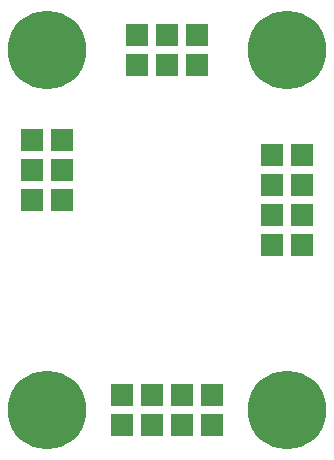
<source format=gbr>
G75*
G70*
%OFA0B0*%
%FSLAX24Y24*%
%IPPOS*%
%LPD*%
%AMOC8*
5,1,8,0,0,1.08239X$1,22.5*
%
%ADD10R,0.0730X0.0730*%
%ADD11C,0.2620*%
D10*
X005220Y003893D03*
X005220Y004893D03*
X006220Y004893D03*
X006220Y003893D03*
X007220Y003893D03*
X007220Y004893D03*
X008220Y004893D03*
X008220Y003893D03*
X010220Y009893D03*
X010220Y010893D03*
X010220Y011893D03*
X010220Y012893D03*
X011220Y012893D03*
X011220Y011893D03*
X011220Y010893D03*
X011220Y009893D03*
X007720Y015893D03*
X007720Y016893D03*
X006720Y016893D03*
X006720Y015893D03*
X005720Y015893D03*
X005720Y016893D03*
X003220Y013393D03*
X003220Y012393D03*
X003220Y011393D03*
X002220Y011393D03*
X002220Y012393D03*
X002220Y013393D03*
D11*
X002720Y004393D03*
X010720Y004393D03*
X010720Y016393D03*
X002720Y016393D03*
M02*

</source>
